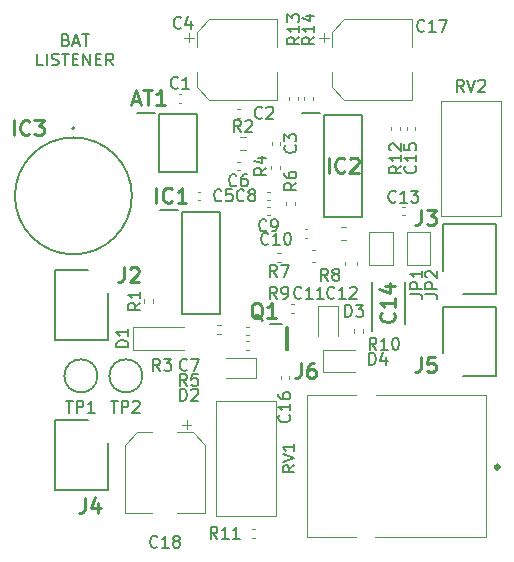
<source format=gbr>
%TF.GenerationSoftware,KiCad,Pcbnew,(5.1.8)-1*%
%TF.CreationDate,2021-01-15T14:34:29+00:00*%
%TF.ProjectId,Bat_Listner_JLCPCB,4261745f-4c69-4737-946e-65725f4a4c43,rev?*%
%TF.SameCoordinates,Original*%
%TF.FileFunction,Legend,Top*%
%TF.FilePolarity,Positive*%
%FSLAX46Y46*%
G04 Gerber Fmt 4.6, Leading zero omitted, Abs format (unit mm)*
G04 Created by KiCad (PCBNEW (5.1.8)-1) date 2021-01-15 14:34:29*
%MOMM*%
%LPD*%
G01*
G04 APERTURE LIST*
%ADD10C,0.150000*%
%ADD11C,0.200000*%
%ADD12C,0.120000*%
%ADD13C,0.100000*%
%ADD14C,0.300000*%
%ADD15C,0.254000*%
G04 APERTURE END LIST*
D10*
X135913904Y-48379571D02*
X136056761Y-48427190D01*
X136104380Y-48474809D01*
X136152000Y-48570047D01*
X136152000Y-48712904D01*
X136104380Y-48808142D01*
X136056761Y-48855761D01*
X135961523Y-48903380D01*
X135580571Y-48903380D01*
X135580571Y-47903380D01*
X135913904Y-47903380D01*
X136009142Y-47951000D01*
X136056761Y-47998619D01*
X136104380Y-48093857D01*
X136104380Y-48189095D01*
X136056761Y-48284333D01*
X136009142Y-48331952D01*
X135913904Y-48379571D01*
X135580571Y-48379571D01*
X136532952Y-48617666D02*
X137009142Y-48617666D01*
X136437714Y-48903380D02*
X136771047Y-47903380D01*
X137104380Y-48903380D01*
X137294857Y-47903380D02*
X137866285Y-47903380D01*
X137580571Y-48903380D02*
X137580571Y-47903380D01*
X133937714Y-50553380D02*
X133461523Y-50553380D01*
X133461523Y-49553380D01*
X134271047Y-50553380D02*
X134271047Y-49553380D01*
X134699619Y-50505761D02*
X134842476Y-50553380D01*
X135080571Y-50553380D01*
X135175809Y-50505761D01*
X135223428Y-50458142D01*
X135271047Y-50362904D01*
X135271047Y-50267666D01*
X135223428Y-50172428D01*
X135175809Y-50124809D01*
X135080571Y-50077190D01*
X134890095Y-50029571D01*
X134794857Y-49981952D01*
X134747238Y-49934333D01*
X134699619Y-49839095D01*
X134699619Y-49743857D01*
X134747238Y-49648619D01*
X134794857Y-49601000D01*
X134890095Y-49553380D01*
X135128190Y-49553380D01*
X135271047Y-49601000D01*
X135556761Y-49553380D02*
X136128190Y-49553380D01*
X135842476Y-50553380D02*
X135842476Y-49553380D01*
X136461523Y-50029571D02*
X136794857Y-50029571D01*
X136937714Y-50553380D02*
X136461523Y-50553380D01*
X136461523Y-49553380D01*
X136937714Y-49553380D01*
X137366285Y-50553380D02*
X137366285Y-49553380D01*
X137937714Y-50553380D01*
X137937714Y-49553380D01*
X138413904Y-50029571D02*
X138747238Y-50029571D01*
X138890095Y-50553380D02*
X138413904Y-50553380D01*
X138413904Y-49553380D01*
X138890095Y-49553380D01*
X139890095Y-50553380D02*
X139556761Y-50077190D01*
X139318666Y-50553380D02*
X139318666Y-49553380D01*
X139699619Y-49553380D01*
X139794857Y-49601000D01*
X139842476Y-49648619D01*
X139890095Y-49743857D01*
X139890095Y-49886714D01*
X139842476Y-49981952D01*
X139794857Y-50029571D01*
X139699619Y-50077190D01*
X139318666Y-50077190D01*
D11*
%TO.C,AT1*%
X143815000Y-54700000D02*
X147015000Y-54700000D01*
X147015000Y-54700000D02*
X147015000Y-59600000D01*
X147015000Y-59600000D02*
X143815000Y-59600000D01*
X143815000Y-59600000D02*
X143815000Y-54700000D01*
X141940000Y-54570000D02*
X143465000Y-54570000D01*
D12*
%TO.C,C1*%
X145677836Y-52980000D02*
X145462164Y-52980000D01*
X145677836Y-53700000D02*
X145462164Y-53700000D01*
%TO.C,C2*%
X150387164Y-54250000D02*
X150602836Y-54250000D01*
X150387164Y-54970000D02*
X150602836Y-54970000D01*
%TO.C,C3*%
X153310000Y-57042164D02*
X153310000Y-57257836D01*
X154030000Y-57042164D02*
X154030000Y-57257836D01*
%TO.C,C5*%
X147272836Y-61955000D02*
X147057164Y-61955000D01*
X147272836Y-61235000D02*
X147057164Y-61235000D01*
%TO.C,C6*%
X150387164Y-58695000D02*
X150602836Y-58695000D01*
X150387164Y-59415000D02*
X150602836Y-59415000D01*
%TO.C,C7*%
X151177164Y-73385000D02*
X151392836Y-73385000D01*
X151177164Y-72665000D02*
X151392836Y-72665000D01*
%TO.C,C8*%
X153142836Y-61235000D02*
X152927164Y-61235000D01*
X153142836Y-61955000D02*
X152927164Y-61955000D01*
%TO.C,C9*%
X152927164Y-62505000D02*
X153142836Y-62505000D01*
X152927164Y-63225000D02*
X153142836Y-63225000D01*
%TO.C,C10*%
X156317836Y-64410000D02*
X156102164Y-64410000D01*
X156317836Y-65130000D02*
X156102164Y-65130000D01*
%TO.C,C11*%
X156704420Y-66165000D02*
X156985580Y-66165000D01*
X156704420Y-67185000D02*
X156985580Y-67185000D01*
%TO.C,C12*%
X160530000Y-67450580D02*
X160530000Y-67169420D01*
X159510000Y-67450580D02*
X159510000Y-67169420D01*
%TO.C,C13*%
X164357164Y-63225000D02*
X164572836Y-63225000D01*
X164357164Y-62505000D02*
X164572836Y-62505000D01*
D11*
%TO.C,C14*%
X161770000Y-68915000D02*
X161770000Y-73015000D01*
X164620000Y-72415000D02*
X164620000Y-68915000D01*
D12*
%TO.C,C15*%
X164740000Y-55987836D02*
X164740000Y-55772164D01*
X165460000Y-55987836D02*
X165460000Y-55772164D01*
%TO.C,C16*%
X154072000Y-77097836D02*
X154072000Y-76882164D01*
X154792000Y-77097836D02*
X154792000Y-76882164D01*
%TO.C,D1*%
X145895000Y-72660000D02*
X141595000Y-72660000D01*
X141595000Y-72660000D02*
X141595000Y-74660000D01*
X141595000Y-74660000D02*
X145895000Y-74660000D01*
%TO.C,D2*%
X151995000Y-77050000D02*
X151995000Y-75350000D01*
X151995000Y-75350000D02*
X149445000Y-75350000D01*
X151995000Y-77050000D02*
X149445000Y-77050000D01*
%TO.C,D3*%
X158965000Y-70890000D02*
X158965000Y-73440000D01*
X157265000Y-70890000D02*
X157265000Y-73440000D01*
X158965000Y-70890000D02*
X157265000Y-70890000D01*
%TO.C,D4*%
X160385000Y-74605000D02*
X157700000Y-74605000D01*
X157700000Y-74605000D02*
X157700000Y-76525000D01*
X157700000Y-76525000D02*
X160385000Y-76525000D01*
D11*
%TO.C,IC1*%
X145720000Y-62985000D02*
X148920000Y-62985000D01*
X148920000Y-62985000D02*
X148920000Y-71635000D01*
X148920000Y-71635000D02*
X145720000Y-71635000D01*
X145720000Y-71635000D02*
X145720000Y-62985000D01*
X143845000Y-62825000D02*
X145370000Y-62825000D01*
%TO.C,IC2*%
X155910000Y-54570000D02*
X157435000Y-54570000D01*
X157785000Y-63380000D02*
X157785000Y-54730000D01*
X160985000Y-63380000D02*
X157785000Y-63380000D01*
X160985000Y-54730000D02*
X160985000Y-63380000D01*
X157785000Y-54730000D02*
X160985000Y-54730000D01*
%TO.C,J2*%
X134995000Y-67900000D02*
X137795000Y-67900000D01*
X134995000Y-73800000D02*
X134995000Y-67900000D01*
X139495000Y-73800000D02*
X134995000Y-73800000D01*
X139495000Y-69850000D02*
X139495000Y-73800000D01*
%TO.C,J3*%
X167845000Y-67945000D02*
X167845000Y-63995000D01*
X167845000Y-63995000D02*
X172345000Y-63995000D01*
X172345000Y-63995000D02*
X172345000Y-69895000D01*
X172345000Y-69895000D02*
X169545000Y-69895000D01*
%TO.C,J5*%
X167845000Y-74930000D02*
X167845000Y-70980000D01*
X167845000Y-70980000D02*
X172345000Y-70980000D01*
X172345000Y-70980000D02*
X172345000Y-76880000D01*
X172345000Y-76880000D02*
X169545000Y-76880000D01*
D13*
%TO.C,J6*%
X162070000Y-90455000D02*
X171420000Y-90455000D01*
X171420000Y-90455000D02*
X171420000Y-78455000D01*
X171420000Y-78455000D02*
X162170000Y-78455000D01*
X160470000Y-78455000D02*
X156270000Y-78455000D01*
X156270000Y-78455000D02*
X156320000Y-90455000D01*
X156320000Y-90455000D02*
X160470000Y-90455000D01*
D14*
X172570000Y-84555000D02*
X172570000Y-84555000D01*
X172270000Y-84555000D02*
X172270000Y-84555000D01*
X172270000Y-84555000D02*
G75*
G02*
X172570000Y-84555000I150000J0D01*
G01*
X172570000Y-84555000D02*
G75*
G02*
X172270000Y-84555000I-150000J0D01*
G01*
D12*
%TO.C,JP1*%
X163560000Y-67425000D02*
X161560000Y-67425000D01*
X163560000Y-64625000D02*
X163560000Y-67425000D01*
X161560000Y-64625000D02*
X163560000Y-64625000D01*
X161560000Y-67425000D02*
X161560000Y-64625000D01*
%TO.C,JP2*%
X166735000Y-67425000D02*
X164735000Y-67425000D01*
X166735000Y-64625000D02*
X166735000Y-67425000D01*
X164735000Y-64625000D02*
X166735000Y-64625000D01*
X164735000Y-67425000D02*
X164735000Y-64625000D01*
D11*
%TO.C,Q1*%
X154525000Y-72660000D02*
X154725000Y-72660000D01*
X154725000Y-72660000D02*
X154725000Y-74660000D01*
X154725000Y-74660000D02*
X154525000Y-74660000D01*
X154525000Y-74660000D02*
X154525000Y-72660000D01*
X153175000Y-72485000D02*
X154175000Y-72485000D01*
D12*
%TO.C,R1*%
X143255000Y-70331359D02*
X143255000Y-70638641D01*
X142495000Y-70331359D02*
X142495000Y-70638641D01*
%TO.C,R2*%
X150638742Y-56627500D02*
X151113258Y-56627500D01*
X150638742Y-57672500D02*
X151113258Y-57672500D01*
%TO.C,R3*%
X148690359Y-73278000D02*
X148997641Y-73278000D01*
X148690359Y-72518000D02*
X148997641Y-72518000D01*
%TO.C,R4*%
X154050000Y-59333641D02*
X154050000Y-59026359D01*
X153290000Y-59333641D02*
X153290000Y-59026359D01*
%TO.C,R5*%
X151408641Y-73915000D02*
X151101359Y-73915000D01*
X151408641Y-74675000D02*
X151101359Y-74675000D01*
%TO.C,R6*%
X154560000Y-62383641D02*
X154560000Y-62076359D01*
X155320000Y-62383641D02*
X155320000Y-62076359D01*
%TO.C,R7*%
X154075641Y-67182000D02*
X153768359Y-67182000D01*
X154075641Y-66422000D02*
X153768359Y-66422000D01*
%TO.C,R8*%
X159147742Y-65292500D02*
X159622258Y-65292500D01*
X159147742Y-64247500D02*
X159622258Y-64247500D01*
%TO.C,R9*%
X154911359Y-70740000D02*
X155218641Y-70740000D01*
X154911359Y-71500000D02*
X155218641Y-71500000D01*
%TO.C,R10*%
X161035000Y-72871359D02*
X161035000Y-73178641D01*
X160275000Y-72871359D02*
X160275000Y-73178641D01*
%TO.C,R11*%
X151609359Y-90550000D02*
X151916641Y-90550000D01*
X151609359Y-89790000D02*
X151916641Y-89790000D01*
%TO.C,R12*%
X163450000Y-55726359D02*
X163450000Y-56033641D01*
X164210000Y-55726359D02*
X164210000Y-56033641D01*
%TO.C,RV1*%
X153660000Y-88705000D02*
X148590000Y-88705000D01*
X153660000Y-78935000D02*
X148590000Y-78935000D01*
X148590000Y-78935000D02*
X148590000Y-88705000D01*
X153660000Y-78935000D02*
X153660000Y-88705000D01*
%TO.C,RV2*%
X167650000Y-63305000D02*
X167650000Y-53535000D01*
X172720000Y-63305000D02*
X172720000Y-53535000D01*
X167650000Y-63305000D02*
X172720000Y-63305000D01*
X167650000Y-53535000D02*
X172720000Y-53535000D01*
D10*
%TO.C,TP2*%
X142370000Y-76835000D02*
G75*
G03*
X142370000Y-76835000I-1400000J0D01*
G01*
%TO.C,TP1*%
X138560000Y-76835000D02*
G75*
G03*
X138560000Y-76835000I-1400000J0D01*
G01*
D11*
%TO.C,J4*%
X139495000Y-82550000D02*
X139495000Y-86500000D01*
X139495000Y-86500000D02*
X134995000Y-86500000D01*
X134995000Y-86500000D02*
X134995000Y-80600000D01*
X134995000Y-80600000D02*
X137795000Y-80600000D01*
%TO.C,IC3*%
X136601000Y-55856000D02*
G75*
G03*
X136601000Y-55856000I-100000J0D01*
G01*
X141475000Y-61595000D02*
G75*
G03*
X141475000Y-61595000I-4950000J0D01*
G01*
D12*
%TO.C,C4*%
X153778000Y-53448000D02*
X153778000Y-51098000D01*
X153778000Y-46628000D02*
X153778000Y-48978000D01*
X148022437Y-46628000D02*
X153778000Y-46628000D01*
X148022437Y-53448000D02*
X153778000Y-53448000D01*
X146958000Y-52383563D02*
X146958000Y-51098000D01*
X146958000Y-47692437D02*
X146958000Y-48978000D01*
X146958000Y-47692437D02*
X148022437Y-46628000D01*
X146958000Y-52383563D02*
X148022437Y-53448000D01*
X145930500Y-48190500D02*
X146718000Y-48190500D01*
X146324250Y-47796750D02*
X146324250Y-48584250D01*
%TO.C,C17*%
X157754250Y-47796750D02*
X157754250Y-48584250D01*
X157360500Y-48190500D02*
X158148000Y-48190500D01*
X158388000Y-52383563D02*
X159452437Y-53448000D01*
X158388000Y-47692437D02*
X159452437Y-46628000D01*
X158388000Y-47692437D02*
X158388000Y-48978000D01*
X158388000Y-52383563D02*
X158388000Y-51098000D01*
X159452437Y-53448000D02*
X165208000Y-53448000D01*
X159452437Y-46628000D02*
X165208000Y-46628000D01*
X165208000Y-46628000D02*
X165208000Y-48978000D01*
X165208000Y-53448000D02*
X165208000Y-51098000D01*
%TO.C,C18*%
X140862000Y-88406000D02*
X143212000Y-88406000D01*
X147682000Y-88406000D02*
X145332000Y-88406000D01*
X147682000Y-82650437D02*
X147682000Y-88406000D01*
X140862000Y-82650437D02*
X140862000Y-88406000D01*
X141926437Y-81586000D02*
X143212000Y-81586000D01*
X146617563Y-81586000D02*
X145332000Y-81586000D01*
X146617563Y-81586000D02*
X147682000Y-82650437D01*
X141926437Y-81586000D02*
X140862000Y-82650437D01*
X146119500Y-80558500D02*
X146119500Y-81346000D01*
X146513250Y-80952250D02*
X145725750Y-80952250D01*
%TO.C,R13*%
X154814000Y-53188359D02*
X154814000Y-53495641D01*
X155574000Y-53188359D02*
X155574000Y-53495641D01*
%TO.C,R14*%
X156084000Y-53495641D02*
X156084000Y-53188359D01*
X156844000Y-53495641D02*
X156844000Y-53188359D01*
%TO.C,AT1*%
D15*
X141484047Y-53551666D02*
X142088809Y-53551666D01*
X141363095Y-53914523D02*
X141786428Y-52644523D01*
X142209761Y-53914523D01*
X142451666Y-52644523D02*
X143177380Y-52644523D01*
X142814523Y-53914523D02*
X142814523Y-52644523D01*
X144265952Y-53914523D02*
X143540238Y-53914523D01*
X143903095Y-53914523D02*
X143903095Y-52644523D01*
X143782142Y-52825952D01*
X143661190Y-52946904D01*
X143540238Y-53007380D01*
%TO.C,C1*%
D10*
X145375333Y-52427142D02*
X145327714Y-52474761D01*
X145184857Y-52522380D01*
X145089619Y-52522380D01*
X144946761Y-52474761D01*
X144851523Y-52379523D01*
X144803904Y-52284285D01*
X144756285Y-52093809D01*
X144756285Y-51950952D01*
X144803904Y-51760476D01*
X144851523Y-51665238D01*
X144946761Y-51570000D01*
X145089619Y-51522380D01*
X145184857Y-51522380D01*
X145327714Y-51570000D01*
X145375333Y-51617619D01*
X146327714Y-52522380D02*
X145756285Y-52522380D01*
X146042000Y-52522380D02*
X146042000Y-51522380D01*
X145946761Y-51665238D01*
X145851523Y-51760476D01*
X145756285Y-51808095D01*
%TO.C,C2*%
X152487333Y-54967142D02*
X152439714Y-55014761D01*
X152296857Y-55062380D01*
X152201619Y-55062380D01*
X152058761Y-55014761D01*
X151963523Y-54919523D01*
X151915904Y-54824285D01*
X151868285Y-54633809D01*
X151868285Y-54490952D01*
X151915904Y-54300476D01*
X151963523Y-54205238D01*
X152058761Y-54110000D01*
X152201619Y-54062380D01*
X152296857Y-54062380D01*
X152439714Y-54110000D01*
X152487333Y-54157619D01*
X152868285Y-54157619D02*
X152915904Y-54110000D01*
X153011142Y-54062380D01*
X153249238Y-54062380D01*
X153344476Y-54110000D01*
X153392095Y-54157619D01*
X153439714Y-54252857D01*
X153439714Y-54348095D01*
X153392095Y-54490952D01*
X152820666Y-55062380D01*
X153439714Y-55062380D01*
%TO.C,C3*%
X155297142Y-57316666D02*
X155344761Y-57364285D01*
X155392380Y-57507142D01*
X155392380Y-57602380D01*
X155344761Y-57745238D01*
X155249523Y-57840476D01*
X155154285Y-57888095D01*
X154963809Y-57935714D01*
X154820952Y-57935714D01*
X154630476Y-57888095D01*
X154535238Y-57840476D01*
X154440000Y-57745238D01*
X154392380Y-57602380D01*
X154392380Y-57507142D01*
X154440000Y-57364285D01*
X154487619Y-57316666D01*
X154392380Y-56983333D02*
X154392380Y-56364285D01*
X154773333Y-56697619D01*
X154773333Y-56554761D01*
X154820952Y-56459523D01*
X154868571Y-56411904D01*
X154963809Y-56364285D01*
X155201904Y-56364285D01*
X155297142Y-56411904D01*
X155344761Y-56459523D01*
X155392380Y-56554761D01*
X155392380Y-56840476D01*
X155344761Y-56935714D01*
X155297142Y-56983333D01*
%TO.C,C5*%
X149058333Y-61952142D02*
X149010714Y-61999761D01*
X148867857Y-62047380D01*
X148772619Y-62047380D01*
X148629761Y-61999761D01*
X148534523Y-61904523D01*
X148486904Y-61809285D01*
X148439285Y-61618809D01*
X148439285Y-61475952D01*
X148486904Y-61285476D01*
X148534523Y-61190238D01*
X148629761Y-61095000D01*
X148772619Y-61047380D01*
X148867857Y-61047380D01*
X149010714Y-61095000D01*
X149058333Y-61142619D01*
X149963095Y-61047380D02*
X149486904Y-61047380D01*
X149439285Y-61523571D01*
X149486904Y-61475952D01*
X149582142Y-61428333D01*
X149820238Y-61428333D01*
X149915476Y-61475952D01*
X149963095Y-61523571D01*
X150010714Y-61618809D01*
X150010714Y-61856904D01*
X149963095Y-61952142D01*
X149915476Y-61999761D01*
X149820238Y-62047380D01*
X149582142Y-62047380D01*
X149486904Y-61999761D01*
X149439285Y-61952142D01*
%TO.C,C6*%
X150328333Y-60682142D02*
X150280714Y-60729761D01*
X150137857Y-60777380D01*
X150042619Y-60777380D01*
X149899761Y-60729761D01*
X149804523Y-60634523D01*
X149756904Y-60539285D01*
X149709285Y-60348809D01*
X149709285Y-60205952D01*
X149756904Y-60015476D01*
X149804523Y-59920238D01*
X149899761Y-59825000D01*
X150042619Y-59777380D01*
X150137857Y-59777380D01*
X150280714Y-59825000D01*
X150328333Y-59872619D01*
X151185476Y-59777380D02*
X150995000Y-59777380D01*
X150899761Y-59825000D01*
X150852142Y-59872619D01*
X150756904Y-60015476D01*
X150709285Y-60205952D01*
X150709285Y-60586904D01*
X150756904Y-60682142D01*
X150804523Y-60729761D01*
X150899761Y-60777380D01*
X151090238Y-60777380D01*
X151185476Y-60729761D01*
X151233095Y-60682142D01*
X151280714Y-60586904D01*
X151280714Y-60348809D01*
X151233095Y-60253571D01*
X151185476Y-60205952D01*
X151090238Y-60158333D01*
X150899761Y-60158333D01*
X150804523Y-60205952D01*
X150756904Y-60253571D01*
X150709285Y-60348809D01*
%TO.C,C7*%
X146137333Y-76303142D02*
X146089714Y-76350761D01*
X145946857Y-76398380D01*
X145851619Y-76398380D01*
X145708761Y-76350761D01*
X145613523Y-76255523D01*
X145565904Y-76160285D01*
X145518285Y-75969809D01*
X145518285Y-75826952D01*
X145565904Y-75636476D01*
X145613523Y-75541238D01*
X145708761Y-75446000D01*
X145851619Y-75398380D01*
X145946857Y-75398380D01*
X146089714Y-75446000D01*
X146137333Y-75493619D01*
X146470666Y-75398380D02*
X147137333Y-75398380D01*
X146708761Y-76398380D01*
%TO.C,C8*%
X150963333Y-61952142D02*
X150915714Y-61999761D01*
X150772857Y-62047380D01*
X150677619Y-62047380D01*
X150534761Y-61999761D01*
X150439523Y-61904523D01*
X150391904Y-61809285D01*
X150344285Y-61618809D01*
X150344285Y-61475952D01*
X150391904Y-61285476D01*
X150439523Y-61190238D01*
X150534761Y-61095000D01*
X150677619Y-61047380D01*
X150772857Y-61047380D01*
X150915714Y-61095000D01*
X150963333Y-61142619D01*
X151534761Y-61475952D02*
X151439523Y-61428333D01*
X151391904Y-61380714D01*
X151344285Y-61285476D01*
X151344285Y-61237857D01*
X151391904Y-61142619D01*
X151439523Y-61095000D01*
X151534761Y-61047380D01*
X151725238Y-61047380D01*
X151820476Y-61095000D01*
X151868095Y-61142619D01*
X151915714Y-61237857D01*
X151915714Y-61285476D01*
X151868095Y-61380714D01*
X151820476Y-61428333D01*
X151725238Y-61475952D01*
X151534761Y-61475952D01*
X151439523Y-61523571D01*
X151391904Y-61571190D01*
X151344285Y-61666428D01*
X151344285Y-61856904D01*
X151391904Y-61952142D01*
X151439523Y-61999761D01*
X151534761Y-62047380D01*
X151725238Y-62047380D01*
X151820476Y-61999761D01*
X151868095Y-61952142D01*
X151915714Y-61856904D01*
X151915714Y-61666428D01*
X151868095Y-61571190D01*
X151820476Y-61523571D01*
X151725238Y-61475952D01*
%TO.C,C9*%
X152868333Y-64492142D02*
X152820714Y-64539761D01*
X152677857Y-64587380D01*
X152582619Y-64587380D01*
X152439761Y-64539761D01*
X152344523Y-64444523D01*
X152296904Y-64349285D01*
X152249285Y-64158809D01*
X152249285Y-64015952D01*
X152296904Y-63825476D01*
X152344523Y-63730238D01*
X152439761Y-63635000D01*
X152582619Y-63587380D01*
X152677857Y-63587380D01*
X152820714Y-63635000D01*
X152868333Y-63682619D01*
X153344523Y-64587380D02*
X153535000Y-64587380D01*
X153630238Y-64539761D01*
X153677857Y-64492142D01*
X153773095Y-64349285D01*
X153820714Y-64158809D01*
X153820714Y-63777857D01*
X153773095Y-63682619D01*
X153725476Y-63635000D01*
X153630238Y-63587380D01*
X153439761Y-63587380D01*
X153344523Y-63635000D01*
X153296904Y-63682619D01*
X153249285Y-63777857D01*
X153249285Y-64015952D01*
X153296904Y-64111190D01*
X153344523Y-64158809D01*
X153439761Y-64206428D01*
X153630238Y-64206428D01*
X153725476Y-64158809D01*
X153773095Y-64111190D01*
X153820714Y-64015952D01*
%TO.C,C10*%
X153027142Y-65635142D02*
X152979523Y-65682761D01*
X152836666Y-65730380D01*
X152741428Y-65730380D01*
X152598571Y-65682761D01*
X152503333Y-65587523D01*
X152455714Y-65492285D01*
X152408095Y-65301809D01*
X152408095Y-65158952D01*
X152455714Y-64968476D01*
X152503333Y-64873238D01*
X152598571Y-64778000D01*
X152741428Y-64730380D01*
X152836666Y-64730380D01*
X152979523Y-64778000D01*
X153027142Y-64825619D01*
X153979523Y-65730380D02*
X153408095Y-65730380D01*
X153693809Y-65730380D02*
X153693809Y-64730380D01*
X153598571Y-64873238D01*
X153503333Y-64968476D01*
X153408095Y-65016095D01*
X154598571Y-64730380D02*
X154693809Y-64730380D01*
X154789047Y-64778000D01*
X154836666Y-64825619D01*
X154884285Y-64920857D01*
X154931904Y-65111333D01*
X154931904Y-65349428D01*
X154884285Y-65539904D01*
X154836666Y-65635142D01*
X154789047Y-65682761D01*
X154693809Y-65730380D01*
X154598571Y-65730380D01*
X154503333Y-65682761D01*
X154455714Y-65635142D01*
X154408095Y-65539904D01*
X154360476Y-65349428D01*
X154360476Y-65111333D01*
X154408095Y-64920857D01*
X154455714Y-64825619D01*
X154503333Y-64778000D01*
X154598571Y-64730380D01*
%TO.C,C11*%
X155821142Y-70207142D02*
X155773523Y-70254761D01*
X155630666Y-70302380D01*
X155535428Y-70302380D01*
X155392571Y-70254761D01*
X155297333Y-70159523D01*
X155249714Y-70064285D01*
X155202095Y-69873809D01*
X155202095Y-69730952D01*
X155249714Y-69540476D01*
X155297333Y-69445238D01*
X155392571Y-69350000D01*
X155535428Y-69302380D01*
X155630666Y-69302380D01*
X155773523Y-69350000D01*
X155821142Y-69397619D01*
X156773523Y-70302380D02*
X156202095Y-70302380D01*
X156487809Y-70302380D02*
X156487809Y-69302380D01*
X156392571Y-69445238D01*
X156297333Y-69540476D01*
X156202095Y-69588095D01*
X157725904Y-70302380D02*
X157154476Y-70302380D01*
X157440190Y-70302380D02*
X157440190Y-69302380D01*
X157344952Y-69445238D01*
X157249714Y-69540476D01*
X157154476Y-69588095D01*
%TO.C,C12*%
X158615142Y-70207142D02*
X158567523Y-70254761D01*
X158424666Y-70302380D01*
X158329428Y-70302380D01*
X158186571Y-70254761D01*
X158091333Y-70159523D01*
X158043714Y-70064285D01*
X157996095Y-69873809D01*
X157996095Y-69730952D01*
X158043714Y-69540476D01*
X158091333Y-69445238D01*
X158186571Y-69350000D01*
X158329428Y-69302380D01*
X158424666Y-69302380D01*
X158567523Y-69350000D01*
X158615142Y-69397619D01*
X159567523Y-70302380D02*
X158996095Y-70302380D01*
X159281809Y-70302380D02*
X159281809Y-69302380D01*
X159186571Y-69445238D01*
X159091333Y-69540476D01*
X158996095Y-69588095D01*
X159948476Y-69397619D02*
X159996095Y-69350000D01*
X160091333Y-69302380D01*
X160329428Y-69302380D01*
X160424666Y-69350000D01*
X160472285Y-69397619D01*
X160519904Y-69492857D01*
X160519904Y-69588095D01*
X160472285Y-69730952D01*
X159900857Y-70302380D01*
X160519904Y-70302380D01*
%TO.C,C13*%
X163822142Y-62062142D02*
X163774523Y-62109761D01*
X163631666Y-62157380D01*
X163536428Y-62157380D01*
X163393571Y-62109761D01*
X163298333Y-62014523D01*
X163250714Y-61919285D01*
X163203095Y-61728809D01*
X163203095Y-61585952D01*
X163250714Y-61395476D01*
X163298333Y-61300238D01*
X163393571Y-61205000D01*
X163536428Y-61157380D01*
X163631666Y-61157380D01*
X163774523Y-61205000D01*
X163822142Y-61252619D01*
X164774523Y-62157380D02*
X164203095Y-62157380D01*
X164488809Y-62157380D02*
X164488809Y-61157380D01*
X164393571Y-61300238D01*
X164298333Y-61395476D01*
X164203095Y-61443095D01*
X165107857Y-61157380D02*
X165726904Y-61157380D01*
X165393571Y-61538333D01*
X165536428Y-61538333D01*
X165631666Y-61585952D01*
X165679285Y-61633571D01*
X165726904Y-61728809D01*
X165726904Y-61966904D01*
X165679285Y-62062142D01*
X165631666Y-62109761D01*
X165536428Y-62157380D01*
X165250714Y-62157380D01*
X165155476Y-62109761D01*
X165107857Y-62062142D01*
%TO.C,C14*%
D15*
X163648571Y-71481428D02*
X163709047Y-71541904D01*
X163769523Y-71723333D01*
X163769523Y-71844285D01*
X163709047Y-72025714D01*
X163588095Y-72146666D01*
X163467142Y-72207142D01*
X163225238Y-72267619D01*
X163043809Y-72267619D01*
X162801904Y-72207142D01*
X162680952Y-72146666D01*
X162560000Y-72025714D01*
X162499523Y-71844285D01*
X162499523Y-71723333D01*
X162560000Y-71541904D01*
X162620476Y-71481428D01*
X163769523Y-70271904D02*
X163769523Y-70997619D01*
X163769523Y-70634761D02*
X162499523Y-70634761D01*
X162680952Y-70755714D01*
X162801904Y-70876666D01*
X162862380Y-70997619D01*
X162922857Y-69183333D02*
X163769523Y-69183333D01*
X162439047Y-69485714D02*
X163346190Y-69788095D01*
X163346190Y-69001904D01*
%TO.C,C15*%
D10*
X165457142Y-59062857D02*
X165504761Y-59110476D01*
X165552380Y-59253333D01*
X165552380Y-59348571D01*
X165504761Y-59491428D01*
X165409523Y-59586666D01*
X165314285Y-59634285D01*
X165123809Y-59681904D01*
X164980952Y-59681904D01*
X164790476Y-59634285D01*
X164695238Y-59586666D01*
X164600000Y-59491428D01*
X164552380Y-59348571D01*
X164552380Y-59253333D01*
X164600000Y-59110476D01*
X164647619Y-59062857D01*
X165552380Y-58110476D02*
X165552380Y-58681904D01*
X165552380Y-58396190D02*
X164552380Y-58396190D01*
X164695238Y-58491428D01*
X164790476Y-58586666D01*
X164838095Y-58681904D01*
X164552380Y-57205714D02*
X164552380Y-57681904D01*
X165028571Y-57729523D01*
X164980952Y-57681904D01*
X164933333Y-57586666D01*
X164933333Y-57348571D01*
X164980952Y-57253333D01*
X165028571Y-57205714D01*
X165123809Y-57158095D01*
X165361904Y-57158095D01*
X165457142Y-57205714D01*
X165504761Y-57253333D01*
X165552380Y-57348571D01*
X165552380Y-57586666D01*
X165504761Y-57681904D01*
X165457142Y-57729523D01*
%TO.C,C16*%
X154789142Y-80144857D02*
X154836761Y-80192476D01*
X154884380Y-80335333D01*
X154884380Y-80430571D01*
X154836761Y-80573428D01*
X154741523Y-80668666D01*
X154646285Y-80716285D01*
X154455809Y-80763904D01*
X154312952Y-80763904D01*
X154122476Y-80716285D01*
X154027238Y-80668666D01*
X153932000Y-80573428D01*
X153884380Y-80430571D01*
X153884380Y-80335333D01*
X153932000Y-80192476D01*
X153979619Y-80144857D01*
X154884380Y-79192476D02*
X154884380Y-79763904D01*
X154884380Y-79478190D02*
X153884380Y-79478190D01*
X154027238Y-79573428D01*
X154122476Y-79668666D01*
X154170095Y-79763904D01*
X153884380Y-78335333D02*
X153884380Y-78525809D01*
X153932000Y-78621047D01*
X153979619Y-78668666D01*
X154122476Y-78763904D01*
X154312952Y-78811523D01*
X154693904Y-78811523D01*
X154789142Y-78763904D01*
X154836761Y-78716285D01*
X154884380Y-78621047D01*
X154884380Y-78430571D01*
X154836761Y-78335333D01*
X154789142Y-78287714D01*
X154693904Y-78240095D01*
X154455809Y-78240095D01*
X154360571Y-78287714D01*
X154312952Y-78335333D01*
X154265333Y-78430571D01*
X154265333Y-78621047D01*
X154312952Y-78716285D01*
X154360571Y-78763904D01*
X154455809Y-78811523D01*
%TO.C,D1*%
X141168380Y-74398095D02*
X140168380Y-74398095D01*
X140168380Y-74160000D01*
X140216000Y-74017142D01*
X140311238Y-73921904D01*
X140406476Y-73874285D01*
X140596952Y-73826666D01*
X140739809Y-73826666D01*
X140930285Y-73874285D01*
X141025523Y-73921904D01*
X141120761Y-74017142D01*
X141168380Y-74160000D01*
X141168380Y-74398095D01*
X141168380Y-72874285D02*
X141168380Y-73445714D01*
X141168380Y-73160000D02*
X140168380Y-73160000D01*
X140311238Y-73255238D01*
X140406476Y-73350476D01*
X140454095Y-73445714D01*
%TO.C,D2*%
X145565904Y-78938380D02*
X145565904Y-77938380D01*
X145804000Y-77938380D01*
X145946857Y-77986000D01*
X146042095Y-78081238D01*
X146089714Y-78176476D01*
X146137333Y-78366952D01*
X146137333Y-78509809D01*
X146089714Y-78700285D01*
X146042095Y-78795523D01*
X145946857Y-78890761D01*
X145804000Y-78938380D01*
X145565904Y-78938380D01*
X146518285Y-78033619D02*
X146565904Y-77986000D01*
X146661142Y-77938380D01*
X146899238Y-77938380D01*
X146994476Y-77986000D01*
X147042095Y-78033619D01*
X147089714Y-78128857D01*
X147089714Y-78224095D01*
X147042095Y-78366952D01*
X146470666Y-78938380D01*
X147089714Y-78938380D01*
%TO.C,D3*%
X159535904Y-71826380D02*
X159535904Y-70826380D01*
X159774000Y-70826380D01*
X159916857Y-70874000D01*
X160012095Y-70969238D01*
X160059714Y-71064476D01*
X160107333Y-71254952D01*
X160107333Y-71397809D01*
X160059714Y-71588285D01*
X160012095Y-71683523D01*
X159916857Y-71778761D01*
X159774000Y-71826380D01*
X159535904Y-71826380D01*
X160440666Y-70826380D02*
X161059714Y-70826380D01*
X160726380Y-71207333D01*
X160869238Y-71207333D01*
X160964476Y-71254952D01*
X161012095Y-71302571D01*
X161059714Y-71397809D01*
X161059714Y-71635904D01*
X161012095Y-71731142D01*
X160964476Y-71778761D01*
X160869238Y-71826380D01*
X160583523Y-71826380D01*
X160488285Y-71778761D01*
X160440666Y-71731142D01*
%TO.C,D4*%
X161567904Y-75890380D02*
X161567904Y-74890380D01*
X161806000Y-74890380D01*
X161948857Y-74938000D01*
X162044095Y-75033238D01*
X162091714Y-75128476D01*
X162139333Y-75318952D01*
X162139333Y-75461809D01*
X162091714Y-75652285D01*
X162044095Y-75747523D01*
X161948857Y-75842761D01*
X161806000Y-75890380D01*
X161567904Y-75890380D01*
X162996476Y-75223714D02*
X162996476Y-75890380D01*
X162758380Y-74842761D02*
X162520285Y-75557047D01*
X163139333Y-75557047D01*
%TO.C,IC1*%
D15*
X143540238Y-62169523D02*
X143540238Y-60899523D01*
X144870714Y-62048571D02*
X144810238Y-62109047D01*
X144628809Y-62169523D01*
X144507857Y-62169523D01*
X144326428Y-62109047D01*
X144205476Y-61988095D01*
X144145000Y-61867142D01*
X144084523Y-61625238D01*
X144084523Y-61443809D01*
X144145000Y-61201904D01*
X144205476Y-61080952D01*
X144326428Y-60960000D01*
X144507857Y-60899523D01*
X144628809Y-60899523D01*
X144810238Y-60960000D01*
X144870714Y-61020476D01*
X146080238Y-62169523D02*
X145354523Y-62169523D01*
X145717380Y-62169523D02*
X145717380Y-60899523D01*
X145596428Y-61080952D01*
X145475476Y-61201904D01*
X145354523Y-61262380D01*
%TO.C,IC2*%
X158145238Y-59629523D02*
X158145238Y-58359523D01*
X159475714Y-59508571D02*
X159415238Y-59569047D01*
X159233809Y-59629523D01*
X159112857Y-59629523D01*
X158931428Y-59569047D01*
X158810476Y-59448095D01*
X158750000Y-59327142D01*
X158689523Y-59085238D01*
X158689523Y-58903809D01*
X158750000Y-58661904D01*
X158810476Y-58540952D01*
X158931428Y-58420000D01*
X159112857Y-58359523D01*
X159233809Y-58359523D01*
X159415238Y-58420000D01*
X159475714Y-58480476D01*
X159959523Y-58480476D02*
X160020000Y-58420000D01*
X160140952Y-58359523D01*
X160443333Y-58359523D01*
X160564285Y-58420000D01*
X160624761Y-58480476D01*
X160685238Y-58601428D01*
X160685238Y-58722380D01*
X160624761Y-58903809D01*
X159899047Y-59629523D01*
X160685238Y-59629523D01*
%TO.C,J2*%
X140800666Y-67630523D02*
X140800666Y-68537666D01*
X140740190Y-68719095D01*
X140619238Y-68840047D01*
X140437809Y-68900523D01*
X140316857Y-68900523D01*
X141344952Y-67751476D02*
X141405428Y-67691000D01*
X141526380Y-67630523D01*
X141828761Y-67630523D01*
X141949714Y-67691000D01*
X142010190Y-67751476D01*
X142070666Y-67872428D01*
X142070666Y-67993380D01*
X142010190Y-68174809D01*
X141284476Y-68900523D01*
X142070666Y-68900523D01*
%TO.C,J3*%
X165946666Y-62804523D02*
X165946666Y-63711666D01*
X165886190Y-63893095D01*
X165765238Y-64014047D01*
X165583809Y-64074523D01*
X165462857Y-64074523D01*
X166430476Y-62804523D02*
X167216666Y-62804523D01*
X166793333Y-63288333D01*
X166974761Y-63288333D01*
X167095714Y-63348809D01*
X167156190Y-63409285D01*
X167216666Y-63530238D01*
X167216666Y-63832619D01*
X167156190Y-63953571D01*
X167095714Y-64014047D01*
X166974761Y-64074523D01*
X166611904Y-64074523D01*
X166490952Y-64014047D01*
X166430476Y-63953571D01*
%TO.C,J5*%
X165946666Y-75250523D02*
X165946666Y-76157666D01*
X165886190Y-76339095D01*
X165765238Y-76460047D01*
X165583809Y-76520523D01*
X165462857Y-76520523D01*
X167156190Y-75250523D02*
X166551428Y-75250523D01*
X166490952Y-75855285D01*
X166551428Y-75794809D01*
X166672380Y-75734333D01*
X166974761Y-75734333D01*
X167095714Y-75794809D01*
X167156190Y-75855285D01*
X167216666Y-75976238D01*
X167216666Y-76278619D01*
X167156190Y-76399571D01*
X167095714Y-76460047D01*
X166974761Y-76520523D01*
X166672380Y-76520523D01*
X166551428Y-76460047D01*
X166490952Y-76399571D01*
%TO.C,J6*%
X155786666Y-75758523D02*
X155786666Y-76665666D01*
X155726190Y-76847095D01*
X155605238Y-76968047D01*
X155423809Y-77028523D01*
X155302857Y-77028523D01*
X156935714Y-75758523D02*
X156693809Y-75758523D01*
X156572857Y-75819000D01*
X156512380Y-75879476D01*
X156391428Y-76060904D01*
X156330952Y-76302809D01*
X156330952Y-76786619D01*
X156391428Y-76907571D01*
X156451904Y-76968047D01*
X156572857Y-77028523D01*
X156814761Y-77028523D01*
X156935714Y-76968047D01*
X156996190Y-76907571D01*
X157056666Y-76786619D01*
X157056666Y-76484238D01*
X156996190Y-76363285D01*
X156935714Y-76302809D01*
X156814761Y-76242333D01*
X156572857Y-76242333D01*
X156451904Y-76302809D01*
X156391428Y-76363285D01*
X156330952Y-76484238D01*
%TO.C,JP1*%
D10*
X165060380Y-69921333D02*
X165774666Y-69921333D01*
X165917523Y-69968952D01*
X166012761Y-70064190D01*
X166060380Y-70207047D01*
X166060380Y-70302285D01*
X166060380Y-69445142D02*
X165060380Y-69445142D01*
X165060380Y-69064190D01*
X165108000Y-68968952D01*
X165155619Y-68921333D01*
X165250857Y-68873714D01*
X165393714Y-68873714D01*
X165488952Y-68921333D01*
X165536571Y-68968952D01*
X165584190Y-69064190D01*
X165584190Y-69445142D01*
X166060380Y-67921333D02*
X166060380Y-68492761D01*
X166060380Y-68207047D02*
X165060380Y-68207047D01*
X165203238Y-68302285D01*
X165298476Y-68397523D01*
X165346095Y-68492761D01*
%TO.C,JP2*%
X166330380Y-69921333D02*
X167044666Y-69921333D01*
X167187523Y-69968952D01*
X167282761Y-70064190D01*
X167330380Y-70207047D01*
X167330380Y-70302285D01*
X167330380Y-69445142D02*
X166330380Y-69445142D01*
X166330380Y-69064190D01*
X166378000Y-68968952D01*
X166425619Y-68921333D01*
X166520857Y-68873714D01*
X166663714Y-68873714D01*
X166758952Y-68921333D01*
X166806571Y-68968952D01*
X166854190Y-69064190D01*
X166854190Y-69445142D01*
X166425619Y-68492761D02*
X166378000Y-68445142D01*
X166330380Y-68349904D01*
X166330380Y-68111809D01*
X166378000Y-68016571D01*
X166425619Y-67968952D01*
X166520857Y-67921333D01*
X166616095Y-67921333D01*
X166758952Y-67968952D01*
X167330380Y-68540380D01*
X167330380Y-67921333D01*
%TO.C,Q1*%
D15*
X152533047Y-72069476D02*
X152412095Y-72009000D01*
X152291142Y-71888047D01*
X152109714Y-71706619D01*
X151988761Y-71646142D01*
X151867809Y-71646142D01*
X151928285Y-71948523D02*
X151807333Y-71888047D01*
X151686380Y-71767095D01*
X151625904Y-71525190D01*
X151625904Y-71101857D01*
X151686380Y-70859952D01*
X151807333Y-70739000D01*
X151928285Y-70678523D01*
X152170190Y-70678523D01*
X152291142Y-70739000D01*
X152412095Y-70859952D01*
X152472571Y-71101857D01*
X152472571Y-71525190D01*
X152412095Y-71767095D01*
X152291142Y-71888047D01*
X152170190Y-71948523D01*
X151928285Y-71948523D01*
X153682095Y-71948523D02*
X152956380Y-71948523D01*
X153319238Y-71948523D02*
X153319238Y-70678523D01*
X153198285Y-70859952D01*
X153077333Y-70980904D01*
X152956380Y-71041380D01*
%TO.C,R1*%
D10*
X142184380Y-70651666D02*
X141708190Y-70985000D01*
X142184380Y-71223095D02*
X141184380Y-71223095D01*
X141184380Y-70842142D01*
X141232000Y-70746904D01*
X141279619Y-70699285D01*
X141374857Y-70651666D01*
X141517714Y-70651666D01*
X141612952Y-70699285D01*
X141660571Y-70746904D01*
X141708190Y-70842142D01*
X141708190Y-71223095D01*
X142184380Y-69699285D02*
X142184380Y-70270714D01*
X142184380Y-69985000D02*
X141184380Y-69985000D01*
X141327238Y-70080238D01*
X141422476Y-70175476D01*
X141470095Y-70270714D01*
%TO.C,R2*%
X150709333Y-56172380D02*
X150376000Y-55696190D01*
X150137904Y-56172380D02*
X150137904Y-55172380D01*
X150518857Y-55172380D01*
X150614095Y-55220000D01*
X150661714Y-55267619D01*
X150709333Y-55362857D01*
X150709333Y-55505714D01*
X150661714Y-55600952D01*
X150614095Y-55648571D01*
X150518857Y-55696190D01*
X150137904Y-55696190D01*
X151090285Y-55267619D02*
X151137904Y-55220000D01*
X151233142Y-55172380D01*
X151471238Y-55172380D01*
X151566476Y-55220000D01*
X151614095Y-55267619D01*
X151661714Y-55362857D01*
X151661714Y-55458095D01*
X151614095Y-55600952D01*
X151042666Y-56172380D01*
X151661714Y-56172380D01*
%TO.C,R3*%
X143851333Y-76398380D02*
X143518000Y-75922190D01*
X143279904Y-76398380D02*
X143279904Y-75398380D01*
X143660857Y-75398380D01*
X143756095Y-75446000D01*
X143803714Y-75493619D01*
X143851333Y-75588857D01*
X143851333Y-75731714D01*
X143803714Y-75826952D01*
X143756095Y-75874571D01*
X143660857Y-75922190D01*
X143279904Y-75922190D01*
X144184666Y-75398380D02*
X144803714Y-75398380D01*
X144470380Y-75779333D01*
X144613238Y-75779333D01*
X144708476Y-75826952D01*
X144756095Y-75874571D01*
X144803714Y-75969809D01*
X144803714Y-76207904D01*
X144756095Y-76303142D01*
X144708476Y-76350761D01*
X144613238Y-76398380D01*
X144327523Y-76398380D01*
X144232285Y-76350761D01*
X144184666Y-76303142D01*
%TO.C,R4*%
X152852380Y-59221666D02*
X152376190Y-59555000D01*
X152852380Y-59793095D02*
X151852380Y-59793095D01*
X151852380Y-59412142D01*
X151900000Y-59316904D01*
X151947619Y-59269285D01*
X152042857Y-59221666D01*
X152185714Y-59221666D01*
X152280952Y-59269285D01*
X152328571Y-59316904D01*
X152376190Y-59412142D01*
X152376190Y-59793095D01*
X152185714Y-58364523D02*
X152852380Y-58364523D01*
X151804761Y-58602619D02*
X152519047Y-58840714D01*
X152519047Y-58221666D01*
%TO.C,R5*%
X146137333Y-77668380D02*
X145804000Y-77192190D01*
X145565904Y-77668380D02*
X145565904Y-76668380D01*
X145946857Y-76668380D01*
X146042095Y-76716000D01*
X146089714Y-76763619D01*
X146137333Y-76858857D01*
X146137333Y-77001714D01*
X146089714Y-77096952D01*
X146042095Y-77144571D01*
X145946857Y-77192190D01*
X145565904Y-77192190D01*
X147042095Y-76668380D02*
X146565904Y-76668380D01*
X146518285Y-77144571D01*
X146565904Y-77096952D01*
X146661142Y-77049333D01*
X146899238Y-77049333D01*
X146994476Y-77096952D01*
X147042095Y-77144571D01*
X147089714Y-77239809D01*
X147089714Y-77477904D01*
X147042095Y-77573142D01*
X146994476Y-77620761D01*
X146899238Y-77668380D01*
X146661142Y-77668380D01*
X146565904Y-77620761D01*
X146518285Y-77573142D01*
%TO.C,R6*%
X155392380Y-60491666D02*
X154916190Y-60825000D01*
X155392380Y-61063095D02*
X154392380Y-61063095D01*
X154392380Y-60682142D01*
X154440000Y-60586904D01*
X154487619Y-60539285D01*
X154582857Y-60491666D01*
X154725714Y-60491666D01*
X154820952Y-60539285D01*
X154868571Y-60586904D01*
X154916190Y-60682142D01*
X154916190Y-61063095D01*
X154392380Y-59634523D02*
X154392380Y-59825000D01*
X154440000Y-59920238D01*
X154487619Y-59967857D01*
X154630476Y-60063095D01*
X154820952Y-60110714D01*
X155201904Y-60110714D01*
X155297142Y-60063095D01*
X155344761Y-60015476D01*
X155392380Y-59920238D01*
X155392380Y-59729761D01*
X155344761Y-59634523D01*
X155297142Y-59586904D01*
X155201904Y-59539285D01*
X154963809Y-59539285D01*
X154868571Y-59586904D01*
X154820952Y-59634523D01*
X154773333Y-59729761D01*
X154773333Y-59920238D01*
X154820952Y-60015476D01*
X154868571Y-60063095D01*
X154963809Y-60110714D01*
%TO.C,R7*%
X153755333Y-68424380D02*
X153422000Y-67948190D01*
X153183904Y-68424380D02*
X153183904Y-67424380D01*
X153564857Y-67424380D01*
X153660095Y-67472000D01*
X153707714Y-67519619D01*
X153755333Y-67614857D01*
X153755333Y-67757714D01*
X153707714Y-67852952D01*
X153660095Y-67900571D01*
X153564857Y-67948190D01*
X153183904Y-67948190D01*
X154088666Y-67424380D02*
X154755333Y-67424380D01*
X154326761Y-68424380D01*
%TO.C,R8*%
X158075333Y-68778380D02*
X157742000Y-68302190D01*
X157503904Y-68778380D02*
X157503904Y-67778380D01*
X157884857Y-67778380D01*
X157980095Y-67826000D01*
X158027714Y-67873619D01*
X158075333Y-67968857D01*
X158075333Y-68111714D01*
X158027714Y-68206952D01*
X157980095Y-68254571D01*
X157884857Y-68302190D01*
X157503904Y-68302190D01*
X158646761Y-68206952D02*
X158551523Y-68159333D01*
X158503904Y-68111714D01*
X158456285Y-68016476D01*
X158456285Y-67968857D01*
X158503904Y-67873619D01*
X158551523Y-67826000D01*
X158646761Y-67778380D01*
X158837238Y-67778380D01*
X158932476Y-67826000D01*
X158980095Y-67873619D01*
X159027714Y-67968857D01*
X159027714Y-68016476D01*
X158980095Y-68111714D01*
X158932476Y-68159333D01*
X158837238Y-68206952D01*
X158646761Y-68206952D01*
X158551523Y-68254571D01*
X158503904Y-68302190D01*
X158456285Y-68397428D01*
X158456285Y-68587904D01*
X158503904Y-68683142D01*
X158551523Y-68730761D01*
X158646761Y-68778380D01*
X158837238Y-68778380D01*
X158932476Y-68730761D01*
X158980095Y-68683142D01*
X159027714Y-68587904D01*
X159027714Y-68397428D01*
X158980095Y-68302190D01*
X158932476Y-68254571D01*
X158837238Y-68206952D01*
%TO.C,R9*%
X153757333Y-70302380D02*
X153424000Y-69826190D01*
X153185904Y-70302380D02*
X153185904Y-69302380D01*
X153566857Y-69302380D01*
X153662095Y-69350000D01*
X153709714Y-69397619D01*
X153757333Y-69492857D01*
X153757333Y-69635714D01*
X153709714Y-69730952D01*
X153662095Y-69778571D01*
X153566857Y-69826190D01*
X153185904Y-69826190D01*
X154233523Y-70302380D02*
X154424000Y-70302380D01*
X154519238Y-70254761D01*
X154566857Y-70207142D01*
X154662095Y-70064285D01*
X154709714Y-69873809D01*
X154709714Y-69492857D01*
X154662095Y-69397619D01*
X154614476Y-69350000D01*
X154519238Y-69302380D01*
X154328761Y-69302380D01*
X154233523Y-69350000D01*
X154185904Y-69397619D01*
X154138285Y-69492857D01*
X154138285Y-69730952D01*
X154185904Y-69826190D01*
X154233523Y-69873809D01*
X154328761Y-69921428D01*
X154519238Y-69921428D01*
X154614476Y-69873809D01*
X154662095Y-69826190D01*
X154709714Y-69730952D01*
%TO.C,R10*%
X162171142Y-74620380D02*
X161837809Y-74144190D01*
X161599714Y-74620380D02*
X161599714Y-73620380D01*
X161980666Y-73620380D01*
X162075904Y-73668000D01*
X162123523Y-73715619D01*
X162171142Y-73810857D01*
X162171142Y-73953714D01*
X162123523Y-74048952D01*
X162075904Y-74096571D01*
X161980666Y-74144190D01*
X161599714Y-74144190D01*
X163123523Y-74620380D02*
X162552095Y-74620380D01*
X162837809Y-74620380D02*
X162837809Y-73620380D01*
X162742571Y-73763238D01*
X162647333Y-73858476D01*
X162552095Y-73906095D01*
X163742571Y-73620380D02*
X163837809Y-73620380D01*
X163933047Y-73668000D01*
X163980666Y-73715619D01*
X164028285Y-73810857D01*
X164075904Y-74001333D01*
X164075904Y-74239428D01*
X164028285Y-74429904D01*
X163980666Y-74525142D01*
X163933047Y-74572761D01*
X163837809Y-74620380D01*
X163742571Y-74620380D01*
X163647333Y-74572761D01*
X163599714Y-74525142D01*
X163552095Y-74429904D01*
X163504476Y-74239428D01*
X163504476Y-74001333D01*
X163552095Y-73810857D01*
X163599714Y-73715619D01*
X163647333Y-73668000D01*
X163742571Y-73620380D01*
%TO.C,R11*%
X148709142Y-90622380D02*
X148375809Y-90146190D01*
X148137714Y-90622380D02*
X148137714Y-89622380D01*
X148518666Y-89622380D01*
X148613904Y-89670000D01*
X148661523Y-89717619D01*
X148709142Y-89812857D01*
X148709142Y-89955714D01*
X148661523Y-90050952D01*
X148613904Y-90098571D01*
X148518666Y-90146190D01*
X148137714Y-90146190D01*
X149661523Y-90622380D02*
X149090095Y-90622380D01*
X149375809Y-90622380D02*
X149375809Y-89622380D01*
X149280571Y-89765238D01*
X149185333Y-89860476D01*
X149090095Y-89908095D01*
X150613904Y-90622380D02*
X150042476Y-90622380D01*
X150328190Y-90622380D02*
X150328190Y-89622380D01*
X150232952Y-89765238D01*
X150137714Y-89860476D01*
X150042476Y-89908095D01*
%TO.C,R12*%
X164282380Y-59062857D02*
X163806190Y-59396190D01*
X164282380Y-59634285D02*
X163282380Y-59634285D01*
X163282380Y-59253333D01*
X163330000Y-59158095D01*
X163377619Y-59110476D01*
X163472857Y-59062857D01*
X163615714Y-59062857D01*
X163710952Y-59110476D01*
X163758571Y-59158095D01*
X163806190Y-59253333D01*
X163806190Y-59634285D01*
X164282380Y-58110476D02*
X164282380Y-58681904D01*
X164282380Y-58396190D02*
X163282380Y-58396190D01*
X163425238Y-58491428D01*
X163520476Y-58586666D01*
X163568095Y-58681904D01*
X163377619Y-57729523D02*
X163330000Y-57681904D01*
X163282380Y-57586666D01*
X163282380Y-57348571D01*
X163330000Y-57253333D01*
X163377619Y-57205714D01*
X163472857Y-57158095D01*
X163568095Y-57158095D01*
X163710952Y-57205714D01*
X164282380Y-57777142D01*
X164282380Y-57158095D01*
%TO.C,RV1*%
X155242380Y-84415238D02*
X154766190Y-84748571D01*
X155242380Y-84986666D02*
X154242380Y-84986666D01*
X154242380Y-84605714D01*
X154290000Y-84510476D01*
X154337619Y-84462857D01*
X154432857Y-84415238D01*
X154575714Y-84415238D01*
X154670952Y-84462857D01*
X154718571Y-84510476D01*
X154766190Y-84605714D01*
X154766190Y-84986666D01*
X154242380Y-84129523D02*
X155242380Y-83796190D01*
X154242380Y-83462857D01*
X155242380Y-82605714D02*
X155242380Y-83177142D01*
X155242380Y-82891428D02*
X154242380Y-82891428D01*
X154385238Y-82986666D01*
X154480476Y-83081904D01*
X154528095Y-83177142D01*
%TO.C,RV2*%
X169584761Y-52776380D02*
X169251428Y-52300190D01*
X169013333Y-52776380D02*
X169013333Y-51776380D01*
X169394285Y-51776380D01*
X169489523Y-51824000D01*
X169537142Y-51871619D01*
X169584761Y-51966857D01*
X169584761Y-52109714D01*
X169537142Y-52204952D01*
X169489523Y-52252571D01*
X169394285Y-52300190D01*
X169013333Y-52300190D01*
X169870476Y-51776380D02*
X170203809Y-52776380D01*
X170537142Y-51776380D01*
X170822857Y-51871619D02*
X170870476Y-51824000D01*
X170965714Y-51776380D01*
X171203809Y-51776380D01*
X171299047Y-51824000D01*
X171346666Y-51871619D01*
X171394285Y-51966857D01*
X171394285Y-52062095D01*
X171346666Y-52204952D01*
X170775238Y-52776380D01*
X171394285Y-52776380D01*
%TO.C,TP2*%
X139708095Y-78954380D02*
X140279523Y-78954380D01*
X139993809Y-79954380D02*
X139993809Y-78954380D01*
X140612857Y-79954380D02*
X140612857Y-78954380D01*
X140993809Y-78954380D01*
X141089047Y-79002000D01*
X141136666Y-79049619D01*
X141184285Y-79144857D01*
X141184285Y-79287714D01*
X141136666Y-79382952D01*
X141089047Y-79430571D01*
X140993809Y-79478190D01*
X140612857Y-79478190D01*
X141565238Y-79049619D02*
X141612857Y-79002000D01*
X141708095Y-78954380D01*
X141946190Y-78954380D01*
X142041428Y-79002000D01*
X142089047Y-79049619D01*
X142136666Y-79144857D01*
X142136666Y-79240095D01*
X142089047Y-79382952D01*
X141517619Y-79954380D01*
X142136666Y-79954380D01*
%TO.C,TP1*%
X135898095Y-78954380D02*
X136469523Y-78954380D01*
X136183809Y-79954380D02*
X136183809Y-78954380D01*
X136802857Y-79954380D02*
X136802857Y-78954380D01*
X137183809Y-78954380D01*
X137279047Y-79002000D01*
X137326666Y-79049619D01*
X137374285Y-79144857D01*
X137374285Y-79287714D01*
X137326666Y-79382952D01*
X137279047Y-79430571D01*
X137183809Y-79478190D01*
X136802857Y-79478190D01*
X138326666Y-79954380D02*
X137755238Y-79954380D01*
X138040952Y-79954380D02*
X138040952Y-78954380D01*
X137945714Y-79097238D01*
X137850476Y-79192476D01*
X137755238Y-79240095D01*
%TO.C,J4*%
D15*
X137498666Y-87188523D02*
X137498666Y-88095666D01*
X137438190Y-88277095D01*
X137317238Y-88398047D01*
X137135809Y-88458523D01*
X137014857Y-88458523D01*
X138647714Y-87611857D02*
X138647714Y-88458523D01*
X138345333Y-87128047D02*
X138042952Y-88035190D01*
X138829142Y-88035190D01*
%TO.C,IC3*%
X131475238Y-56454523D02*
X131475238Y-55184523D01*
X132805714Y-56333571D02*
X132745238Y-56394047D01*
X132563809Y-56454523D01*
X132442857Y-56454523D01*
X132261428Y-56394047D01*
X132140476Y-56273095D01*
X132080000Y-56152142D01*
X132019523Y-55910238D01*
X132019523Y-55728809D01*
X132080000Y-55486904D01*
X132140476Y-55365952D01*
X132261428Y-55245000D01*
X132442857Y-55184523D01*
X132563809Y-55184523D01*
X132745238Y-55245000D01*
X132805714Y-55305476D01*
X133229047Y-55184523D02*
X134015238Y-55184523D01*
X133591904Y-55668333D01*
X133773333Y-55668333D01*
X133894285Y-55728809D01*
X133954761Y-55789285D01*
X134015238Y-55910238D01*
X134015238Y-56212619D01*
X133954761Y-56333571D01*
X133894285Y-56394047D01*
X133773333Y-56454523D01*
X133410476Y-56454523D01*
X133289523Y-56394047D01*
X133229047Y-56333571D01*
%TO.C,C4*%
D10*
X145629333Y-47347142D02*
X145581714Y-47394761D01*
X145438857Y-47442380D01*
X145343619Y-47442380D01*
X145200761Y-47394761D01*
X145105523Y-47299523D01*
X145057904Y-47204285D01*
X145010285Y-47013809D01*
X145010285Y-46870952D01*
X145057904Y-46680476D01*
X145105523Y-46585238D01*
X145200761Y-46490000D01*
X145343619Y-46442380D01*
X145438857Y-46442380D01*
X145581714Y-46490000D01*
X145629333Y-46537619D01*
X146486476Y-46775714D02*
X146486476Y-47442380D01*
X146248380Y-46394761D02*
X146010285Y-47109047D01*
X146629333Y-47109047D01*
%TO.C,C17*%
X166235142Y-47601142D02*
X166187523Y-47648761D01*
X166044666Y-47696380D01*
X165949428Y-47696380D01*
X165806571Y-47648761D01*
X165711333Y-47553523D01*
X165663714Y-47458285D01*
X165616095Y-47267809D01*
X165616095Y-47124952D01*
X165663714Y-46934476D01*
X165711333Y-46839238D01*
X165806571Y-46744000D01*
X165949428Y-46696380D01*
X166044666Y-46696380D01*
X166187523Y-46744000D01*
X166235142Y-46791619D01*
X167187523Y-47696380D02*
X166616095Y-47696380D01*
X166901809Y-47696380D02*
X166901809Y-46696380D01*
X166806571Y-46839238D01*
X166711333Y-46934476D01*
X166616095Y-46982095D01*
X167520857Y-46696380D02*
X168187523Y-46696380D01*
X167758952Y-47696380D01*
%TO.C,C18*%
X143629142Y-91289142D02*
X143581523Y-91336761D01*
X143438666Y-91384380D01*
X143343428Y-91384380D01*
X143200571Y-91336761D01*
X143105333Y-91241523D01*
X143057714Y-91146285D01*
X143010095Y-90955809D01*
X143010095Y-90812952D01*
X143057714Y-90622476D01*
X143105333Y-90527238D01*
X143200571Y-90432000D01*
X143343428Y-90384380D01*
X143438666Y-90384380D01*
X143581523Y-90432000D01*
X143629142Y-90479619D01*
X144581523Y-91384380D02*
X144010095Y-91384380D01*
X144295809Y-91384380D02*
X144295809Y-90384380D01*
X144200571Y-90527238D01*
X144105333Y-90622476D01*
X144010095Y-90670095D01*
X145152952Y-90812952D02*
X145057714Y-90765333D01*
X145010095Y-90717714D01*
X144962476Y-90622476D01*
X144962476Y-90574857D01*
X145010095Y-90479619D01*
X145057714Y-90432000D01*
X145152952Y-90384380D01*
X145343428Y-90384380D01*
X145438666Y-90432000D01*
X145486285Y-90479619D01*
X145533904Y-90574857D01*
X145533904Y-90622476D01*
X145486285Y-90717714D01*
X145438666Y-90765333D01*
X145343428Y-90812952D01*
X145152952Y-90812952D01*
X145057714Y-90860571D01*
X145010095Y-90908190D01*
X144962476Y-91003428D01*
X144962476Y-91193904D01*
X145010095Y-91289142D01*
X145057714Y-91336761D01*
X145152952Y-91384380D01*
X145343428Y-91384380D01*
X145438666Y-91336761D01*
X145486285Y-91289142D01*
X145533904Y-91193904D01*
X145533904Y-91003428D01*
X145486285Y-90908190D01*
X145438666Y-90860571D01*
X145343428Y-90812952D01*
%TO.C,R13*%
X155646380Y-48140857D02*
X155170190Y-48474190D01*
X155646380Y-48712285D02*
X154646380Y-48712285D01*
X154646380Y-48331333D01*
X154694000Y-48236095D01*
X154741619Y-48188476D01*
X154836857Y-48140857D01*
X154979714Y-48140857D01*
X155074952Y-48188476D01*
X155122571Y-48236095D01*
X155170190Y-48331333D01*
X155170190Y-48712285D01*
X155646380Y-47188476D02*
X155646380Y-47759904D01*
X155646380Y-47474190D02*
X154646380Y-47474190D01*
X154789238Y-47569428D01*
X154884476Y-47664666D01*
X154932095Y-47759904D01*
X154646380Y-46855142D02*
X154646380Y-46236095D01*
X155027333Y-46569428D01*
X155027333Y-46426571D01*
X155074952Y-46331333D01*
X155122571Y-46283714D01*
X155217809Y-46236095D01*
X155455904Y-46236095D01*
X155551142Y-46283714D01*
X155598761Y-46331333D01*
X155646380Y-46426571D01*
X155646380Y-46712285D01*
X155598761Y-46807523D01*
X155551142Y-46855142D01*
%TO.C,R14*%
X156916380Y-48140857D02*
X156440190Y-48474190D01*
X156916380Y-48712285D02*
X155916380Y-48712285D01*
X155916380Y-48331333D01*
X155964000Y-48236095D01*
X156011619Y-48188476D01*
X156106857Y-48140857D01*
X156249714Y-48140857D01*
X156344952Y-48188476D01*
X156392571Y-48236095D01*
X156440190Y-48331333D01*
X156440190Y-48712285D01*
X156916380Y-47188476D02*
X156916380Y-47759904D01*
X156916380Y-47474190D02*
X155916380Y-47474190D01*
X156059238Y-47569428D01*
X156154476Y-47664666D01*
X156202095Y-47759904D01*
X156249714Y-46331333D02*
X156916380Y-46331333D01*
X155868761Y-46569428D02*
X156583047Y-46807523D01*
X156583047Y-46188476D01*
%TD*%
M02*

</source>
